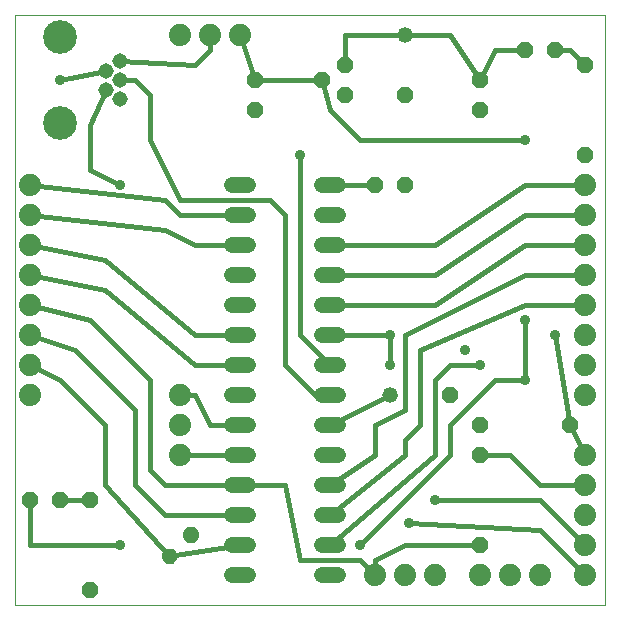
<source format=gtl>
G75*
%MOIN*%
%OFA0B0*%
%FSLAX25Y25*%
%IPPOS*%
%LPD*%
%AMOC8*
5,1,8,0,0,1.08239X$1,22.5*
%
%ADD10C,0.00000*%
%ADD11C,0.01040*%
%ADD12OC8,0.05200*%
%ADD13C,0.05200*%
%ADD14C,0.05200*%
%ADD15C,0.05150*%
%ADD16C,0.11220*%
%ADD17C,0.07400*%
%ADD18C,0.01600*%
%ADD19C,0.03562*%
D10*
X0021800Y0041800D02*
X0021800Y0238650D01*
X0218650Y0238650D01*
X0218650Y0041800D01*
X0021800Y0041800D01*
D11*
X0074823Y0058605D02*
X0075343Y0059125D01*
X0075343Y0057403D01*
X0074125Y0056185D01*
X0072403Y0056185D01*
X0071185Y0057403D01*
X0071185Y0059125D01*
X0072403Y0060343D01*
X0074125Y0060343D01*
X0075343Y0059125D01*
X0074563Y0058802D01*
X0074563Y0057726D01*
X0073802Y0056965D01*
X0072726Y0056965D01*
X0071965Y0057726D01*
X0071965Y0058802D01*
X0072726Y0059563D01*
X0073802Y0059563D01*
X0074563Y0058802D01*
X0073783Y0058479D01*
X0073783Y0058049D01*
X0073479Y0057745D01*
X0073049Y0057745D01*
X0072745Y0058049D01*
X0072745Y0058479D01*
X0073049Y0058783D01*
X0073479Y0058783D01*
X0073783Y0058479D01*
X0081895Y0065677D02*
X0082415Y0066197D01*
X0082415Y0064475D01*
X0081197Y0063257D01*
X0079475Y0063257D01*
X0078257Y0064475D01*
X0078257Y0066197D01*
X0079475Y0067415D01*
X0081197Y0067415D01*
X0082415Y0066197D01*
X0081635Y0065874D01*
X0081635Y0064798D01*
X0080874Y0064037D01*
X0079798Y0064037D01*
X0079037Y0064798D01*
X0079037Y0065874D01*
X0079798Y0066635D01*
X0080874Y0066635D01*
X0081635Y0065874D01*
X0080855Y0065551D01*
X0080855Y0065121D01*
X0080551Y0064817D01*
X0080121Y0064817D01*
X0079817Y0065121D01*
X0079817Y0065551D01*
X0080121Y0065855D01*
X0080551Y0065855D01*
X0080855Y0065551D01*
D12*
X0046800Y0076800D03*
X0036800Y0076800D03*
X0026800Y0076800D03*
X0046800Y0046800D03*
X0166800Y0111800D03*
X0176800Y0101800D03*
X0176800Y0091800D03*
X0176800Y0061800D03*
X0206800Y0101800D03*
X0151800Y0181800D03*
X0141800Y0181800D03*
X0131800Y0211800D03*
X0124300Y0216800D03*
X0131800Y0221800D03*
X0151800Y0211800D03*
X0176800Y0206800D03*
X0176800Y0216800D03*
X0191800Y0226800D03*
X0201800Y0226800D03*
X0211800Y0221800D03*
X0211800Y0191800D03*
X0101800Y0206800D03*
X0101800Y0216800D03*
D13*
X0151800Y0231800D03*
X0146800Y0111800D03*
D14*
X0129400Y0111800D02*
X0124200Y0111800D01*
X0124200Y0101800D02*
X0129400Y0101800D01*
X0129400Y0091800D02*
X0124200Y0091800D01*
X0124200Y0081800D02*
X0129400Y0081800D01*
X0129400Y0071800D02*
X0124200Y0071800D01*
X0124200Y0061800D02*
X0129400Y0061800D01*
X0129400Y0051800D02*
X0124200Y0051800D01*
X0099400Y0051800D02*
X0094200Y0051800D01*
X0094200Y0061800D02*
X0099400Y0061800D01*
X0099400Y0071800D02*
X0094200Y0071800D01*
X0094200Y0081800D02*
X0099400Y0081800D01*
X0099400Y0091800D02*
X0094200Y0091800D01*
X0094200Y0101800D02*
X0099400Y0101800D01*
X0099400Y0111800D02*
X0094200Y0111800D01*
X0094200Y0121800D02*
X0099400Y0121800D01*
X0099400Y0131800D02*
X0094200Y0131800D01*
X0094200Y0141800D02*
X0099400Y0141800D01*
X0099400Y0151800D02*
X0094200Y0151800D01*
X0094200Y0161800D02*
X0099400Y0161800D01*
X0099400Y0171800D02*
X0094200Y0171800D01*
X0094200Y0181800D02*
X0099400Y0181800D01*
X0124200Y0181800D02*
X0129400Y0181800D01*
X0129400Y0171800D02*
X0124200Y0171800D01*
X0124200Y0161800D02*
X0129400Y0161800D01*
X0129400Y0151800D02*
X0124200Y0151800D01*
X0124200Y0141800D02*
X0129400Y0141800D01*
X0129400Y0131800D02*
X0124200Y0131800D01*
X0124200Y0121800D02*
X0129400Y0121800D01*
D15*
X0056879Y0210501D03*
X0052154Y0213650D03*
X0056879Y0216800D03*
X0052154Y0219950D03*
X0056879Y0223099D03*
D16*
X0036800Y0231170D03*
X0036800Y0202430D03*
D17*
X0026800Y0181800D03*
X0026800Y0171800D03*
X0026800Y0161800D03*
X0026800Y0151800D03*
X0026800Y0141800D03*
X0026800Y0131800D03*
X0026800Y0121800D03*
X0026800Y0111800D03*
X0076800Y0111800D03*
X0076800Y0101800D03*
X0076800Y0091800D03*
X0141800Y0051800D03*
X0151800Y0051800D03*
X0161800Y0051800D03*
X0176800Y0051800D03*
X0186800Y0051800D03*
X0196800Y0051800D03*
X0211800Y0051800D03*
X0211800Y0061800D03*
X0211800Y0071800D03*
X0211800Y0081800D03*
X0211800Y0091800D03*
X0211800Y0111800D03*
X0211800Y0121800D03*
X0211800Y0131800D03*
X0211800Y0141800D03*
X0211800Y0151800D03*
X0211800Y0161800D03*
X0211800Y0171800D03*
X0211800Y0181800D03*
X0096800Y0231800D03*
X0086800Y0231800D03*
X0076800Y0231800D03*
D18*
X0086800Y0231800D02*
X0086800Y0226800D01*
X0081800Y0221800D01*
X0056879Y0223099D01*
X0052154Y0219950D02*
X0036800Y0216800D01*
X0052154Y0213650D02*
X0046800Y0201800D01*
X0046800Y0186800D01*
X0056800Y0181800D01*
X0071800Y0176800D02*
X0076800Y0171800D01*
X0096800Y0171800D01*
X0096800Y0161800D02*
X0081800Y0161800D01*
X0071800Y0166800D01*
X0026800Y0171800D01*
X0026800Y0181800D02*
X0071800Y0176800D01*
X0076800Y0176800D02*
X0106800Y0176800D01*
X0111800Y0171800D01*
X0111800Y0121800D01*
X0121800Y0111800D01*
X0126800Y0111800D01*
X0126800Y0101800D02*
X0146800Y0111800D01*
X0151800Y0106800D02*
X0151800Y0131800D01*
X0191800Y0151800D01*
X0211800Y0151800D01*
X0211800Y0141800D02*
X0191800Y0141800D01*
X0156800Y0126800D01*
X0156800Y0101800D01*
X0151800Y0096800D01*
X0151800Y0091800D01*
X0126800Y0071800D01*
X0126800Y0081800D02*
X0141800Y0091800D01*
X0141800Y0101800D01*
X0151800Y0106800D01*
X0161800Y0116800D02*
X0166800Y0121800D01*
X0176800Y0121800D01*
X0181800Y0116800D02*
X0191800Y0116800D01*
X0191800Y0136800D01*
X0201800Y0131800D02*
X0206800Y0101800D01*
X0211800Y0091800D01*
X0211800Y0081800D02*
X0196800Y0081800D01*
X0186800Y0091800D01*
X0176800Y0091800D01*
X0166800Y0091800D02*
X0166800Y0101800D01*
X0181800Y0116800D01*
X0161800Y0116800D02*
X0161800Y0091800D01*
X0126800Y0061800D01*
X0136800Y0061800D02*
X0166800Y0091800D01*
X0161800Y0076800D02*
X0196800Y0076800D01*
X0211800Y0061800D01*
X0211800Y0051800D02*
X0196800Y0066800D01*
X0153050Y0069300D01*
X0151800Y0061800D02*
X0176800Y0061800D01*
X0151800Y0061800D02*
X0141800Y0056800D01*
X0141800Y0051800D01*
X0136800Y0056800D01*
X0116800Y0056800D01*
X0111800Y0081800D01*
X0096800Y0081800D01*
X0071800Y0081800D01*
X0066800Y0086800D01*
X0066800Y0116800D01*
X0046800Y0136800D01*
X0026800Y0141800D01*
X0026800Y0131800D02*
X0041800Y0126800D01*
X0061800Y0106800D01*
X0061800Y0081800D01*
X0071800Y0071800D01*
X0096800Y0071800D01*
X0096800Y0061800D02*
X0073264Y0058264D01*
X0051800Y0081800D01*
X0051800Y0101800D01*
X0036800Y0116800D01*
X0026800Y0121800D01*
X0026800Y0151800D02*
X0051800Y0146800D01*
X0081800Y0121800D01*
X0096800Y0121800D01*
X0096800Y0131800D02*
X0081800Y0131800D01*
X0051800Y0156800D01*
X0026800Y0161800D01*
X0076800Y0176800D02*
X0066800Y0196800D01*
X0066800Y0211800D01*
X0061800Y0216800D01*
X0056879Y0216800D01*
X0096800Y0231800D02*
X0101800Y0216800D01*
X0124300Y0216800D01*
X0126800Y0206800D01*
X0136800Y0196800D01*
X0191800Y0196800D01*
X0191800Y0181800D02*
X0161800Y0161800D01*
X0126800Y0161800D01*
X0126800Y0151800D02*
X0161800Y0151800D01*
X0191800Y0171800D01*
X0211800Y0171800D01*
X0211800Y0181800D02*
X0191800Y0181800D01*
X0191800Y0161800D02*
X0161800Y0141800D01*
X0126800Y0141800D01*
X0126800Y0131800D02*
X0146800Y0131800D01*
X0146800Y0121800D01*
X0126800Y0121800D02*
X0116800Y0131800D01*
X0116800Y0191800D01*
X0126800Y0181800D02*
X0141800Y0181800D01*
X0176800Y0216800D02*
X0181800Y0226800D01*
X0191800Y0226800D01*
X0201800Y0226800D02*
X0206800Y0226800D01*
X0211800Y0221800D01*
X0176800Y0216800D02*
X0166800Y0231800D01*
X0151800Y0231800D01*
X0131800Y0231800D01*
X0131800Y0221800D01*
X0191800Y0161800D02*
X0211800Y0161800D01*
X0096800Y0101800D02*
X0086800Y0101800D01*
X0081800Y0111800D01*
X0076800Y0111800D01*
X0076800Y0091800D02*
X0096800Y0091800D01*
X0056800Y0061800D02*
X0026800Y0061800D01*
X0026800Y0076800D01*
X0036800Y0076800D02*
X0046800Y0076800D01*
D19*
X0056800Y0061800D03*
X0136800Y0061800D03*
X0153050Y0069300D03*
X0161800Y0076800D03*
X0191800Y0116800D03*
X0201800Y0131800D03*
X0191800Y0136800D03*
X0176800Y0121800D03*
X0171800Y0126800D03*
X0146800Y0121800D03*
X0146800Y0131800D03*
X0116800Y0191800D03*
X0056800Y0181800D03*
X0036800Y0216800D03*
X0191800Y0196800D03*
M02*

</source>
